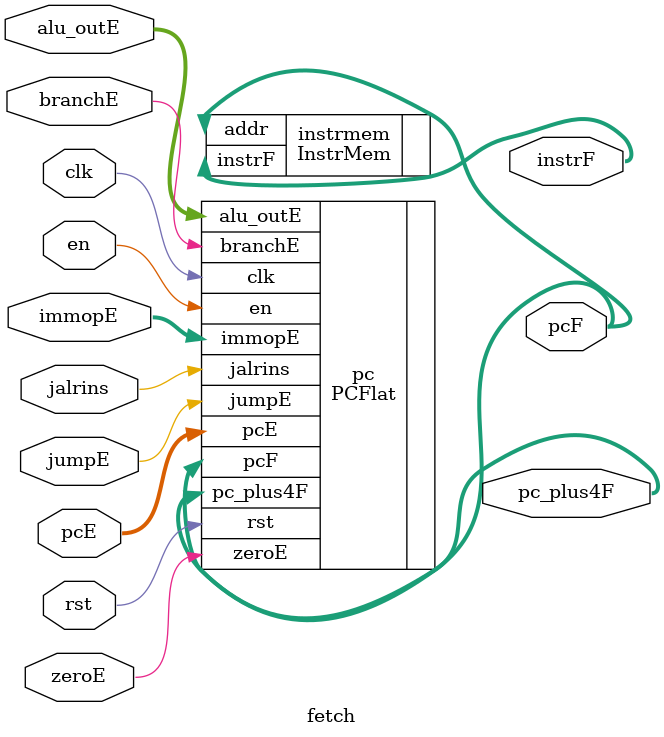
<source format=sv>
module fetch #(
    DATA_WIDTH = 32
) (
    input   logic                     clk,
    input   logic                     rst,
    input   logic                     en,
    input   logic                     jumpE,
    input   logic                     branchE,
    input   logic                     zeroE,
    input   logic                     jalrins,
    input   logic [DATA_WIDTH-1:0]    immopE,
    input   logic [DATA_WIDTH-1:0]    alu_outE,
    input   logic [DATA_WIDTH-1:0]    pcE,
    output  logic [DATA_WIDTH-1:0]    instrF,
    output  logic [DATA_WIDTH-1:0]    pcF,
    output  logic [DATA_WIDTH-1:0]    pc_plus4F
);

    //PC
    PCFlat pc (
        .clk(clk),
        .rst(rst),
        .en(en),
        .jumpE(jumpE),
        .branchE(branchE),
        .zeroE(zeroE),
        .jalrins(jalrins),
        .immopE(immopE),
        .alu_outE(alu_outE),
        .pcE(pcE),
        .pcF(pcF),
        .pc_plus4F(pc_plus4F)
    );

    //Instruction memory
    InstrMem instrmem (
        .addr(pcF),
        .instrF(instrF)
    );

endmodule

</source>
